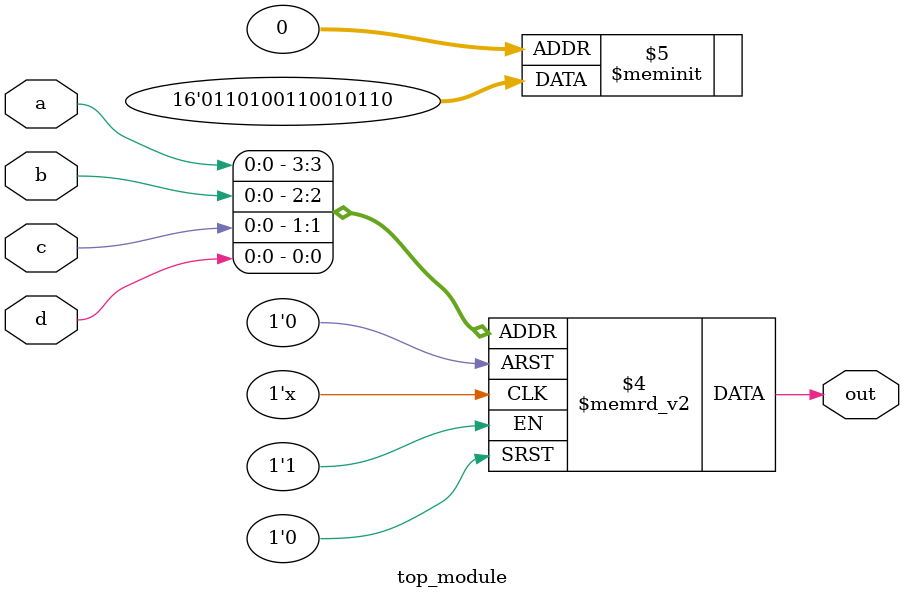
<source format=sv>
module top_module (
    input a, 
    input b,
    input c,
    input d,
    output reg out
);

    // Implement the circuit described by the Karnaugh map
    always @* begin
        case({a, b, c, d})
            4'b0000: out = 0;
            4'b0001: out = 1;
            4'b0010: out = 1;
            4'b0011: out = 0;
            4'b0100: out = 1;
            4'b0101: out = 0;
            4'b0110: out = 0;
            4'b0111: out = 1;
            4'b1000: out = 1;
            4'b1001: out = 0;
            4'b1010: out = 0;
            4'b1011: out = 1;
            4'b1100: out = 0;
            4'b1101: out = 1;
            4'b1110: out = 1;
            4'b1111: out = 0;
        endcase
    end

endmodule

</source>
